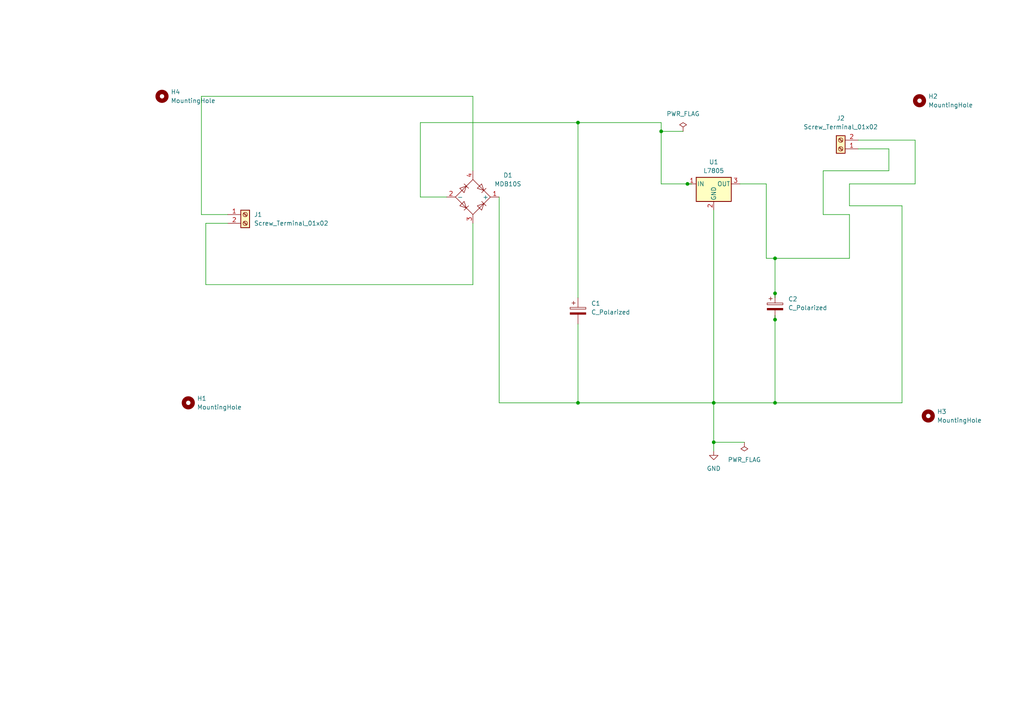
<source format=kicad_sch>
(kicad_sch
	(version 20231120)
	(generator "eeschema")
	(generator_version "8.0")
	(uuid "b4b6dd5f-14b6-4f0d-99d0-90ca21313257")
	(paper "A4")
	(lib_symbols
		(symbol "Connector:Screw_Terminal_01x02"
			(pin_names
				(offset 1.016) hide)
			(exclude_from_sim no)
			(in_bom yes)
			(on_board yes)
			(property "Reference" "J"
				(at 0 2.54 0)
				(effects
					(font
						(size 1.27 1.27)
					)
				)
			)
			(property "Value" "Screw_Terminal_01x02"
				(at 0 -5.08 0)
				(effects
					(font
						(size 1.27 1.27)
					)
				)
			)
			(property "Footprint" ""
				(at 0 0 0)
				(effects
					(font
						(size 1.27 1.27)
					)
					(hide yes)
				)
			)
			(property "Datasheet" "~"
				(at 0 0 0)
				(effects
					(font
						(size 1.27 1.27)
					)
					(hide yes)
				)
			)
			(property "Description" "Generic screw terminal, single row, 01x02, script generated (kicad-library-utils/schlib/autogen/connector/)"
				(at 0 0 0)
				(effects
					(font
						(size 1.27 1.27)
					)
					(hide yes)
				)
			)
			(property "ki_keywords" "screw terminal"
				(at 0 0 0)
				(effects
					(font
						(size 1.27 1.27)
					)
					(hide yes)
				)
			)
			(property "ki_fp_filters" "TerminalBlock*:*"
				(at 0 0 0)
				(effects
					(font
						(size 1.27 1.27)
					)
					(hide yes)
				)
			)
			(symbol "Screw_Terminal_01x02_1_1"
				(rectangle
					(start -1.27 1.27)
					(end 1.27 -3.81)
					(stroke
						(width 0.254)
						(type default)
					)
					(fill
						(type background)
					)
				)
				(circle
					(center 0 -2.54)
					(radius 0.635)
					(stroke
						(width 0.1524)
						(type default)
					)
					(fill
						(type none)
					)
				)
				(polyline
					(pts
						(xy -0.5334 -2.2098) (xy 0.3302 -3.048)
					)
					(stroke
						(width 0.1524)
						(type default)
					)
					(fill
						(type none)
					)
				)
				(polyline
					(pts
						(xy -0.5334 0.3302) (xy 0.3302 -0.508)
					)
					(stroke
						(width 0.1524)
						(type default)
					)
					(fill
						(type none)
					)
				)
				(polyline
					(pts
						(xy -0.3556 -2.032) (xy 0.508 -2.8702)
					)
					(stroke
						(width 0.1524)
						(type default)
					)
					(fill
						(type none)
					)
				)
				(polyline
					(pts
						(xy -0.3556 0.508) (xy 0.508 -0.3302)
					)
					(stroke
						(width 0.1524)
						(type default)
					)
					(fill
						(type none)
					)
				)
				(circle
					(center 0 0)
					(radius 0.635)
					(stroke
						(width 0.1524)
						(type default)
					)
					(fill
						(type none)
					)
				)
				(pin passive line
					(at -5.08 0 0)
					(length 3.81)
					(name "Pin_1"
						(effects
							(font
								(size 1.27 1.27)
							)
						)
					)
					(number "1"
						(effects
							(font
								(size 1.27 1.27)
							)
						)
					)
				)
				(pin passive line
					(at -5.08 -2.54 0)
					(length 3.81)
					(name "Pin_2"
						(effects
							(font
								(size 1.27 1.27)
							)
						)
					)
					(number "2"
						(effects
							(font
								(size 1.27 1.27)
							)
						)
					)
				)
			)
		)
		(symbol "Device:C_Polarized"
			(pin_numbers hide)
			(pin_names
				(offset 0.254)
			)
			(exclude_from_sim no)
			(in_bom yes)
			(on_board yes)
			(property "Reference" "C"
				(at 0.635 2.54 0)
				(effects
					(font
						(size 1.27 1.27)
					)
					(justify left)
				)
			)
			(property "Value" "C_Polarized"
				(at 0.635 -2.54 0)
				(effects
					(font
						(size 1.27 1.27)
					)
					(justify left)
				)
			)
			(property "Footprint" ""
				(at 0.9652 -3.81 0)
				(effects
					(font
						(size 1.27 1.27)
					)
					(hide yes)
				)
			)
			(property "Datasheet" "~"
				(at 0 0 0)
				(effects
					(font
						(size 1.27 1.27)
					)
					(hide yes)
				)
			)
			(property "Description" "Polarized capacitor"
				(at 0 0 0)
				(effects
					(font
						(size 1.27 1.27)
					)
					(hide yes)
				)
			)
			(property "ki_keywords" "cap capacitor"
				(at 0 0 0)
				(effects
					(font
						(size 1.27 1.27)
					)
					(hide yes)
				)
			)
			(property "ki_fp_filters" "CP_*"
				(at 0 0 0)
				(effects
					(font
						(size 1.27 1.27)
					)
					(hide yes)
				)
			)
			(symbol "C_Polarized_0_1"
				(rectangle
					(start -2.286 0.508)
					(end 2.286 1.016)
					(stroke
						(width 0)
						(type default)
					)
					(fill
						(type none)
					)
				)
				(polyline
					(pts
						(xy -1.778 2.286) (xy -0.762 2.286)
					)
					(stroke
						(width 0)
						(type default)
					)
					(fill
						(type none)
					)
				)
				(polyline
					(pts
						(xy -1.27 2.794) (xy -1.27 1.778)
					)
					(stroke
						(width 0)
						(type default)
					)
					(fill
						(type none)
					)
				)
				(rectangle
					(start 2.286 -0.508)
					(end -2.286 -1.016)
					(stroke
						(width 0)
						(type default)
					)
					(fill
						(type outline)
					)
				)
			)
			(symbol "C_Polarized_1_1"
				(pin passive line
					(at 0 3.81 270)
					(length 2.794)
					(name "~"
						(effects
							(font
								(size 1.27 1.27)
							)
						)
					)
					(number "1"
						(effects
							(font
								(size 1.27 1.27)
							)
						)
					)
				)
				(pin passive line
					(at 0 -3.81 90)
					(length 2.794)
					(name "~"
						(effects
							(font
								(size 1.27 1.27)
							)
						)
					)
					(number "2"
						(effects
							(font
								(size 1.27 1.27)
							)
						)
					)
				)
			)
		)
		(symbol "Diode_Bridge:MDB10S"
			(exclude_from_sim no)
			(in_bom yes)
			(on_board yes)
			(property "Reference" "D"
				(at 3.81 6.35 0)
				(effects
					(font
						(size 1.27 1.27)
					)
				)
			)
			(property "Value" "MDB10S"
				(at 6.35 3.81 0)
				(effects
					(font
						(size 1.27 1.27)
					)
				)
			)
			(property "Footprint" "Package_SO:TSSOP-4_4.4x5mm_P4mm"
				(at 0 0 0)
				(effects
					(font
						(size 1.27 1.27)
					)
					(hide yes)
				)
			)
			(property "Datasheet" "https://www.onsemi.com/pub/Collateral/MDB8S-D.PDF"
				(at 0 0 0)
				(effects
					(font
						(size 1.27 1.27)
					)
					(hide yes)
				)
			)
			(property "Description" "Single-Phase Bridge Rectifier, 700V Vrms, 1A If, TSSOP-4"
				(at 0 0 0)
				(effects
					(font
						(size 1.27 1.27)
					)
					(hide yes)
				)
			)
			(property "ki_keywords" "bridge diode rectifier ac dc acdc ac-dc"
				(at 0 0 0)
				(effects
					(font
						(size 1.27 1.27)
					)
					(hide yes)
				)
			)
			(property "ki_fp_filters" "TSSOP*4.4x5mm*P4mm*"
				(at 0 0 0)
				(effects
					(font
						(size 1.27 1.27)
					)
					(hide yes)
				)
			)
			(symbol "MDB10S_1_1"
				(polyline
					(pts
						(xy -2.54 3.81) (xy -1.27 2.54)
					)
					(stroke
						(width 0)
						(type default)
					)
					(fill
						(type none)
					)
				)
				(polyline
					(pts
						(xy -1.27 -2.54) (xy -2.54 -3.81)
					)
					(stroke
						(width 0)
						(type default)
					)
					(fill
						(type none)
					)
				)
				(polyline
					(pts
						(xy 2.54 -1.27) (xy 3.81 -2.54)
					)
					(stroke
						(width 0)
						(type default)
					)
					(fill
						(type none)
					)
				)
				(polyline
					(pts
						(xy 2.54 1.27) (xy 3.81 2.54)
					)
					(stroke
						(width 0)
						(type default)
					)
					(fill
						(type none)
					)
				)
				(polyline
					(pts
						(xy -3.81 2.54) (xy -2.54 1.27) (xy -1.905 3.175) (xy -3.81 2.54)
					)
					(stroke
						(width 0)
						(type default)
					)
					(fill
						(type none)
					)
				)
				(polyline
					(pts
						(xy -2.54 -1.27) (xy -3.81 -2.54) (xy -1.905 -3.175) (xy -2.54 -1.27)
					)
					(stroke
						(width 0)
						(type default)
					)
					(fill
						(type none)
					)
				)
				(polyline
					(pts
						(xy 1.27 2.54) (xy 2.54 3.81) (xy 3.175 1.905) (xy 1.27 2.54)
					)
					(stroke
						(width 0)
						(type default)
					)
					(fill
						(type none)
					)
				)
				(polyline
					(pts
						(xy 3.175 -1.905) (xy 1.27 -2.54) (xy 2.54 -3.81) (xy 3.175 -1.905)
					)
					(stroke
						(width 0)
						(type default)
					)
					(fill
						(type none)
					)
				)
				(polyline
					(pts
						(xy -5.08 0) (xy 0 -5.08) (xy 5.08 0) (xy 0 5.08) (xy -5.08 0)
					)
					(stroke
						(width 0)
						(type default)
					)
					(fill
						(type none)
					)
				)
				(pin passive line
					(at 7.62 0 180)
					(length 2.54)
					(name "+"
						(effects
							(font
								(size 1.27 1.27)
							)
						)
					)
					(number "1"
						(effects
							(font
								(size 1.27 1.27)
							)
						)
					)
				)
				(pin passive line
					(at -7.62 0 0)
					(length 2.54)
					(name "-"
						(effects
							(font
								(size 1.27 1.27)
							)
						)
					)
					(number "2"
						(effects
							(font
								(size 1.27 1.27)
							)
						)
					)
				)
				(pin passive line
					(at 0 -7.62 90)
					(length 2.54)
					(name "~"
						(effects
							(font
								(size 1.27 1.27)
							)
						)
					)
					(number "3"
						(effects
							(font
								(size 1.27 1.27)
							)
						)
					)
				)
				(pin passive line
					(at 0 7.62 270)
					(length 2.54)
					(name "~"
						(effects
							(font
								(size 1.27 1.27)
							)
						)
					)
					(number "4"
						(effects
							(font
								(size 1.27 1.27)
							)
						)
					)
				)
			)
		)
		(symbol "Mechanical:MountingHole"
			(pin_names
				(offset 1.016)
			)
			(exclude_from_sim yes)
			(in_bom no)
			(on_board yes)
			(property "Reference" "H"
				(at 0 5.08 0)
				(effects
					(font
						(size 1.27 1.27)
					)
				)
			)
			(property "Value" "MountingHole"
				(at 0 3.175 0)
				(effects
					(font
						(size 1.27 1.27)
					)
				)
			)
			(property "Footprint" ""
				(at 0 0 0)
				(effects
					(font
						(size 1.27 1.27)
					)
					(hide yes)
				)
			)
			(property "Datasheet" "~"
				(at 0 0 0)
				(effects
					(font
						(size 1.27 1.27)
					)
					(hide yes)
				)
			)
			(property "Description" "Mounting Hole without connection"
				(at 0 0 0)
				(effects
					(font
						(size 1.27 1.27)
					)
					(hide yes)
				)
			)
			(property "ki_keywords" "mounting hole"
				(at 0 0 0)
				(effects
					(font
						(size 1.27 1.27)
					)
					(hide yes)
				)
			)
			(property "ki_fp_filters" "MountingHole*"
				(at 0 0 0)
				(effects
					(font
						(size 1.27 1.27)
					)
					(hide yes)
				)
			)
			(symbol "MountingHole_0_1"
				(circle
					(center 0 0)
					(radius 1.27)
					(stroke
						(width 1.27)
						(type default)
					)
					(fill
						(type none)
					)
				)
			)
		)
		(symbol "Regulator_Linear:L7805"
			(pin_names
				(offset 0.254)
			)
			(exclude_from_sim no)
			(in_bom yes)
			(on_board yes)
			(property "Reference" "U"
				(at -3.81 3.175 0)
				(effects
					(font
						(size 1.27 1.27)
					)
				)
			)
			(property "Value" "L7805"
				(at 0 3.175 0)
				(effects
					(font
						(size 1.27 1.27)
					)
					(justify left)
				)
			)
			(property "Footprint" ""
				(at 0.635 -3.81 0)
				(effects
					(font
						(size 1.27 1.27)
						(italic yes)
					)
					(justify left)
					(hide yes)
				)
			)
			(property "Datasheet" "http://www.st.com/content/ccc/resource/technical/document/datasheet/41/4f/b3/b0/12/d4/47/88/CD00000444.pdf/files/CD00000444.pdf/jcr:content/translations/en.CD00000444.pdf"
				(at 0 -1.27 0)
				(effects
					(font
						(size 1.27 1.27)
					)
					(hide yes)
				)
			)
			(property "Description" "Positive 1.5A 35V Linear Regulator, Fixed Output 5V, TO-220/TO-263/TO-252"
				(at 0 0 0)
				(effects
					(font
						(size 1.27 1.27)
					)
					(hide yes)
				)
			)
			(property "ki_keywords" "Voltage Regulator 1.5A Positive"
				(at 0 0 0)
				(effects
					(font
						(size 1.27 1.27)
					)
					(hide yes)
				)
			)
			(property "ki_fp_filters" "TO?252* TO?263* TO?220*"
				(at 0 0 0)
				(effects
					(font
						(size 1.27 1.27)
					)
					(hide yes)
				)
			)
			(symbol "L7805_0_1"
				(rectangle
					(start -5.08 1.905)
					(end 5.08 -5.08)
					(stroke
						(width 0.254)
						(type default)
					)
					(fill
						(type background)
					)
				)
			)
			(symbol "L7805_1_1"
				(pin power_in line
					(at -7.62 0 0)
					(length 2.54)
					(name "IN"
						(effects
							(font
								(size 1.27 1.27)
							)
						)
					)
					(number "1"
						(effects
							(font
								(size 1.27 1.27)
							)
						)
					)
				)
				(pin power_in line
					(at 0 -7.62 90)
					(length 2.54)
					(name "GND"
						(effects
							(font
								(size 1.27 1.27)
							)
						)
					)
					(number "2"
						(effects
							(font
								(size 1.27 1.27)
							)
						)
					)
				)
				(pin power_out line
					(at 7.62 0 180)
					(length 2.54)
					(name "OUT"
						(effects
							(font
								(size 1.27 1.27)
							)
						)
					)
					(number "3"
						(effects
							(font
								(size 1.27 1.27)
							)
						)
					)
				)
			)
		)
		(symbol "power:GND"
			(power)
			(pin_numbers hide)
			(pin_names
				(offset 0) hide)
			(exclude_from_sim no)
			(in_bom yes)
			(on_board yes)
			(property "Reference" "#PWR"
				(at 0 -6.35 0)
				(effects
					(font
						(size 1.27 1.27)
					)
					(hide yes)
				)
			)
			(property "Value" "GND"
				(at 0 -3.81 0)
				(effects
					(font
						(size 1.27 1.27)
					)
				)
			)
			(property "Footprint" ""
				(at 0 0 0)
				(effects
					(font
						(size 1.27 1.27)
					)
					(hide yes)
				)
			)
			(property "Datasheet" ""
				(at 0 0 0)
				(effects
					(font
						(size 1.27 1.27)
					)
					(hide yes)
				)
			)
			(property "Description" "Power symbol creates a global label with name \"GND\" , ground"
				(at 0 0 0)
				(effects
					(font
						(size 1.27 1.27)
					)
					(hide yes)
				)
			)
			(property "ki_keywords" "global power"
				(at 0 0 0)
				(effects
					(font
						(size 1.27 1.27)
					)
					(hide yes)
				)
			)
			(symbol "GND_0_1"
				(polyline
					(pts
						(xy 0 0) (xy 0 -1.27) (xy 1.27 -1.27) (xy 0 -2.54) (xy -1.27 -1.27) (xy 0 -1.27)
					)
					(stroke
						(width 0)
						(type default)
					)
					(fill
						(type none)
					)
				)
			)
			(symbol "GND_1_1"
				(pin power_in line
					(at 0 0 270)
					(length 0)
					(name "~"
						(effects
							(font
								(size 1.27 1.27)
							)
						)
					)
					(number "1"
						(effects
							(font
								(size 1.27 1.27)
							)
						)
					)
				)
			)
		)
		(symbol "power:PWR_FLAG"
			(power)
			(pin_numbers hide)
			(pin_names
				(offset 0) hide)
			(exclude_from_sim no)
			(in_bom yes)
			(on_board yes)
			(property "Reference" "#FLG"
				(at 0 1.905 0)
				(effects
					(font
						(size 1.27 1.27)
					)
					(hide yes)
				)
			)
			(property "Value" "PWR_FLAG"
				(at 0 3.81 0)
				(effects
					(font
						(size 1.27 1.27)
					)
				)
			)
			(property "Footprint" ""
				(at 0 0 0)
				(effects
					(font
						(size 1.27 1.27)
					)
					(hide yes)
				)
			)
			(property "Datasheet" "~"
				(at 0 0 0)
				(effects
					(font
						(size 1.27 1.27)
					)
					(hide yes)
				)
			)
			(property "Description" "Special symbol for telling ERC where power comes from"
				(at 0 0 0)
				(effects
					(font
						(size 1.27 1.27)
					)
					(hide yes)
				)
			)
			(property "ki_keywords" "flag power"
				(at 0 0 0)
				(effects
					(font
						(size 1.27 1.27)
					)
					(hide yes)
				)
			)
			(symbol "PWR_FLAG_0_0"
				(pin power_out line
					(at 0 0 90)
					(length 0)
					(name "~"
						(effects
							(font
								(size 1.27 1.27)
							)
						)
					)
					(number "1"
						(effects
							(font
								(size 1.27 1.27)
							)
						)
					)
				)
			)
			(symbol "PWR_FLAG_0_1"
				(polyline
					(pts
						(xy 0 0) (xy 0 1.27) (xy -1.016 1.905) (xy 0 2.54) (xy 1.016 1.905) (xy 0 1.27)
					)
					(stroke
						(width 0)
						(type default)
					)
					(fill
						(type none)
					)
				)
			)
		)
	)
	(junction
		(at 224.79 85.09)
		(diameter 0)
		(color 0 0 0 0)
		(uuid "07fd3e97-91dd-4a54-b982-7f37faef5304")
	)
	(junction
		(at 167.64 35.56)
		(diameter 0)
		(color 0 0 0 0)
		(uuid "1c2f93db-8e89-4356-8864-c591432684d5")
	)
	(junction
		(at 224.79 92.71)
		(diameter 0)
		(color 0 0 0 0)
		(uuid "3a9aa0bd-da5b-4a44-85c7-73cc322c4eef")
	)
	(junction
		(at 224.79 116.84)
		(diameter 0)
		(color 0 0 0 0)
		(uuid "556b0cab-40cb-47aa-8535-f2d1782c5f42")
	)
	(junction
		(at 199.39 53.34)
		(diameter 0)
		(color 0 0 0 0)
		(uuid "648690e0-682a-4789-9c5b-ecc27a86574a")
	)
	(junction
		(at 224.79 74.93)
		(diameter 0)
		(color 0 0 0 0)
		(uuid "82578ae7-83ab-46f3-9eb9-7a88ba0f9cc9")
	)
	(junction
		(at 207.01 116.84)
		(diameter 0)
		(color 0 0 0 0)
		(uuid "accc5d83-62de-4664-8c84-1cee46b1f60b")
	)
	(junction
		(at 207.01 128.27)
		(diameter 0)
		(color 0 0 0 0)
		(uuid "af6bc2f6-7c5b-496d-a980-9c8ac575d2e5")
	)
	(junction
		(at 191.77 38.1)
		(diameter 0)
		(color 0 0 0 0)
		(uuid "c87a5058-2973-4fda-bf9c-44e22b918ff6")
	)
	(junction
		(at 167.64 116.84)
		(diameter 0)
		(color 0 0 0 0)
		(uuid "d561ef91-44b0-4581-a29d-4deed1938eb8")
	)
	(wire
		(pts
			(xy 58.42 27.94) (xy 137.16 27.94)
		)
		(stroke
			(width 0)
			(type default)
		)
		(uuid "03db6271-d739-414e-bc37-0a6467abf916")
	)
	(wire
		(pts
			(xy 246.38 62.23) (xy 238.76 62.23)
		)
		(stroke
			(width 0)
			(type default)
		)
		(uuid "05d320cc-203e-4ae5-bada-3cd1f013b6e8")
	)
	(wire
		(pts
			(xy 144.78 116.84) (xy 167.64 116.84)
		)
		(stroke
			(width 0)
			(type default)
		)
		(uuid "094c0ca4-92c8-4031-82b8-f75914d54dbd")
	)
	(wire
		(pts
			(xy 59.69 64.77) (xy 59.69 82.55)
		)
		(stroke
			(width 0)
			(type default)
		)
		(uuid "10e74c04-d3b7-41b8-8cf2-35d2dd8a7557")
	)
	(wire
		(pts
			(xy 224.79 85.09) (xy 224.79 86.36)
		)
		(stroke
			(width 0)
			(type default)
		)
		(uuid "186cca81-3f02-40af-8578-6b6feec9200b")
	)
	(wire
		(pts
			(xy 257.81 43.18) (xy 248.92 43.18)
		)
		(stroke
			(width 0)
			(type default)
		)
		(uuid "251c8144-a474-4920-a7d4-834ffbc056f7")
	)
	(wire
		(pts
			(xy 167.64 35.56) (xy 167.64 86.36)
		)
		(stroke
			(width 0)
			(type default)
		)
		(uuid "255a8984-8cd8-4d98-95d3-d0ebfcfbdf7a")
	)
	(wire
		(pts
			(xy 167.64 35.56) (xy 191.77 35.56)
		)
		(stroke
			(width 0)
			(type default)
		)
		(uuid "2822e623-1a7d-4915-8c0d-f70d1a74b260")
	)
	(wire
		(pts
			(xy 207.01 116.84) (xy 224.79 116.84)
		)
		(stroke
			(width 0)
			(type default)
		)
		(uuid "4c3bffba-99c1-462d-9f32-fd3e50d203ab")
	)
	(wire
		(pts
			(xy 246.38 59.69) (xy 246.38 53.34)
		)
		(stroke
			(width 0)
			(type default)
		)
		(uuid "4c5823fd-ff3b-4312-bbba-58c2e25e3f62")
	)
	(wire
		(pts
			(xy 191.77 38.1) (xy 191.77 53.34)
		)
		(stroke
			(width 0)
			(type default)
		)
		(uuid "4ebbf4ae-c1a4-4973-848d-fe3d73dc93db")
	)
	(wire
		(pts
			(xy 137.16 82.55) (xy 137.16 64.77)
		)
		(stroke
			(width 0)
			(type default)
		)
		(uuid "54d3b548-6242-43af-b444-cb3d8d5d3716")
	)
	(wire
		(pts
			(xy 224.79 74.93) (xy 246.38 74.93)
		)
		(stroke
			(width 0)
			(type default)
		)
		(uuid "5c8a647f-2f4b-4518-8fca-68933160a019")
	)
	(wire
		(pts
			(xy 224.79 74.93) (xy 224.79 85.09)
		)
		(stroke
			(width 0)
			(type default)
		)
		(uuid "6875cc32-fabd-4977-8b03-26e80c55cb44")
	)
	(wire
		(pts
			(xy 265.43 53.34) (xy 265.43 40.64)
		)
		(stroke
			(width 0)
			(type default)
		)
		(uuid "76ef019f-2a38-4e16-a79f-7791bffd66dd")
	)
	(wire
		(pts
			(xy 207.01 116.84) (xy 207.01 128.27)
		)
		(stroke
			(width 0)
			(type default)
		)
		(uuid "7a9e9b11-35e3-4a44-9752-89ef495ed093")
	)
	(wire
		(pts
			(xy 129.54 57.15) (xy 121.92 57.15)
		)
		(stroke
			(width 0)
			(type default)
		)
		(uuid "7ded5484-1659-42c0-9a07-5eeae09a5f15")
	)
	(wire
		(pts
			(xy 248.92 40.64) (xy 265.43 40.64)
		)
		(stroke
			(width 0)
			(type default)
		)
		(uuid "7e55a37b-e939-4227-ad2f-7184bf9e241d")
	)
	(wire
		(pts
			(xy 238.76 62.23) (xy 238.76 49.53)
		)
		(stroke
			(width 0)
			(type default)
		)
		(uuid "8b9c39b4-1920-4d58-ace6-0238fd0e0e9c")
	)
	(wire
		(pts
			(xy 261.62 59.69) (xy 261.62 116.84)
		)
		(stroke
			(width 0)
			(type default)
		)
		(uuid "8cb50468-ef13-43df-8f90-0b688f23d06a")
	)
	(wire
		(pts
			(xy 191.77 53.34) (xy 199.39 53.34)
		)
		(stroke
			(width 0)
			(type default)
		)
		(uuid "8e5cb14f-7627-4039-b030-740d2edffda1")
	)
	(wire
		(pts
			(xy 167.64 93.98) (xy 167.64 116.84)
		)
		(stroke
			(width 0)
			(type default)
		)
		(uuid "8fd0f564-f187-498b-b346-59f230429217")
	)
	(wire
		(pts
			(xy 207.01 60.96) (xy 207.01 116.84)
		)
		(stroke
			(width 0)
			(type default)
		)
		(uuid "918784ca-c7a6-4168-8c71-fbe56c80f3d5")
	)
	(wire
		(pts
			(xy 66.04 62.23) (xy 58.42 62.23)
		)
		(stroke
			(width 0)
			(type default)
		)
		(uuid "953d09b5-616c-45e5-93e6-92421d7ac162")
	)
	(wire
		(pts
			(xy 246.38 62.23) (xy 246.38 74.93)
		)
		(stroke
			(width 0)
			(type default)
		)
		(uuid "9868027e-356a-4c1a-ab27-870d770be722")
	)
	(wire
		(pts
			(xy 238.76 49.53) (xy 257.81 49.53)
		)
		(stroke
			(width 0)
			(type default)
		)
		(uuid "98d5f77d-4d33-4c6b-97db-e141aa9ec8eb")
	)
	(wire
		(pts
			(xy 58.42 62.23) (xy 58.42 27.94)
		)
		(stroke
			(width 0)
			(type default)
		)
		(uuid "98e044ea-9a87-422f-a8cd-4a60f7d60e84")
	)
	(wire
		(pts
			(xy 137.16 27.94) (xy 137.16 49.53)
		)
		(stroke
			(width 0)
			(type default)
		)
		(uuid "9c26e4da-7847-4b60-8d93-dea5a7c00cd6")
	)
	(wire
		(pts
			(xy 167.64 116.84) (xy 207.01 116.84)
		)
		(stroke
			(width 0)
			(type default)
		)
		(uuid "9f81817f-1af2-44f0-9d53-910f8ce91b06")
	)
	(wire
		(pts
			(xy 224.79 92.71) (xy 224.79 116.84)
		)
		(stroke
			(width 0)
			(type default)
		)
		(uuid "a6a67457-d977-4f71-8195-39fafbdd77e0")
	)
	(wire
		(pts
			(xy 121.92 57.15) (xy 121.92 35.56)
		)
		(stroke
			(width 0)
			(type default)
		)
		(uuid "a866da65-ebcc-493a-b0bb-965fd14849df")
	)
	(wire
		(pts
			(xy 246.38 59.69) (xy 261.62 59.69)
		)
		(stroke
			(width 0)
			(type default)
		)
		(uuid "bdb67ad6-4dbb-4102-93a3-b830f0bcb82b")
	)
	(wire
		(pts
			(xy 222.25 74.93) (xy 224.79 74.93)
		)
		(stroke
			(width 0)
			(type default)
		)
		(uuid "c1e338cb-b215-45dc-a55c-0072a59f9f80")
	)
	(wire
		(pts
			(xy 59.69 82.55) (xy 137.16 82.55)
		)
		(stroke
			(width 0)
			(type default)
		)
		(uuid "ca27032f-49e4-4841-b89b-b7872ccb5ac1")
	)
	(wire
		(pts
			(xy 66.04 64.77) (xy 59.69 64.77)
		)
		(stroke
			(width 0)
			(type default)
		)
		(uuid "cb613122-e4b6-44eb-a9b3-bc29385d6fc4")
	)
	(wire
		(pts
			(xy 257.81 49.53) (xy 257.81 43.18)
		)
		(stroke
			(width 0)
			(type default)
		)
		(uuid "d0473876-969e-4c3f-bba3-172d0123bbfb")
	)
	(wire
		(pts
			(xy 144.78 57.15) (xy 144.78 116.84)
		)
		(stroke
			(width 0)
			(type default)
		)
		(uuid "d645d173-52d5-4f42-bb2c-2b0ce56a267e")
	)
	(wire
		(pts
			(xy 222.25 74.93) (xy 222.25 53.34)
		)
		(stroke
			(width 0)
			(type default)
		)
		(uuid "db600882-9ae1-403b-a3b5-cac9586dec95")
	)
	(wire
		(pts
			(xy 246.38 53.34) (xy 265.43 53.34)
		)
		(stroke
			(width 0)
			(type default)
		)
		(uuid "dcd7056a-e9f4-4cf7-a58c-645b8b2170c7")
	)
	(wire
		(pts
			(xy 121.92 35.56) (xy 167.64 35.56)
		)
		(stroke
			(width 0)
			(type default)
		)
		(uuid "deb122bf-21f0-4399-a873-d1a4e396981c")
	)
	(wire
		(pts
			(xy 198.12 38.1) (xy 191.77 38.1)
		)
		(stroke
			(width 0)
			(type default)
		)
		(uuid "eae3c367-e2c9-4bc6-ba2d-0d22de66a578")
	)
	(wire
		(pts
			(xy 224.79 116.84) (xy 261.62 116.84)
		)
		(stroke
			(width 0)
			(type default)
		)
		(uuid "ecd3cae2-82a6-4d79-8e2d-9ec67f2acff4")
	)
	(wire
		(pts
			(xy 222.25 53.34) (xy 214.63 53.34)
		)
		(stroke
			(width 0)
			(type default)
		)
		(uuid "f129fdae-9176-45da-9bd9-a1db2a1d9062")
	)
	(wire
		(pts
			(xy 199.39 53.34) (xy 200.66 53.34)
		)
		(stroke
			(width 0)
			(type default)
		)
		(uuid "f2748679-f392-4bc7-a3fe-7111e1f630b5")
	)
	(wire
		(pts
			(xy 207.01 128.27) (xy 215.9 128.27)
		)
		(stroke
			(width 0)
			(type default)
		)
		(uuid "fa10e85d-df4a-4f71-a520-f7459b27de30")
	)
	(wire
		(pts
			(xy 207.01 128.27) (xy 207.01 130.81)
		)
		(stroke
			(width 0)
			(type default)
		)
		(uuid "fa24c6ad-b762-4932-9ffe-8b3d69599cee")
	)
	(wire
		(pts
			(xy 224.79 91.44) (xy 224.79 92.71)
		)
		(stroke
			(width 0)
			(type default)
		)
		(uuid "fc73354b-b3b7-4a19-ad3c-254fc0c9d92e")
	)
	(wire
		(pts
			(xy 191.77 35.56) (xy 191.77 38.1)
		)
		(stroke
			(width 0)
			(type default)
		)
		(uuid "fe850e95-b2a1-4144-a4f1-1c2a9e456ec1")
	)
	(symbol
		(lib_id "power:PWR_FLAG")
		(at 215.9 128.27 180)
		(unit 1)
		(exclude_from_sim no)
		(in_bom yes)
		(on_board yes)
		(dnp no)
		(fields_autoplaced yes)
		(uuid "151ffb45-8aee-4724-8b2b-dff37395441e")
		(property "Reference" "#FLG02"
			(at 215.9 130.175 0)
			(effects
				(font
					(size 1.27 1.27)
				)
				(hide yes)
			)
		)
		(property "Value" "PWR_FLAG"
			(at 215.9 133.35 0)
			(effects
				(font
					(size 1.27 1.27)
				)
			)
		)
		(property "Footprint" ""
			(at 215.9 128.27 0)
			(effects
				(font
					(size 1.27 1.27)
				)
				(hide yes)
			)
		)
		(property "Datasheet" "~"
			(at 215.9 128.27 0)
			(effects
				(font
					(size 1.27 1.27)
				)
				(hide yes)
			)
		)
		(property "Description" "Special symbol for telling ERC where power comes from"
			(at 215.9 128.27 0)
			(effects
				(font
					(size 1.27 1.27)
				)
				(hide yes)
			)
		)
		(pin "1"
			(uuid "b6041fea-d392-4ef2-91f7-8f50e998f168")
		)
		(instances
			(project ""
				(path "/b4b6dd5f-14b6-4f0d-99d0-90ca21313257"
					(reference "#FLG02")
					(unit 1)
				)
			)
		)
	)
	(symbol
		(lib_id "Mechanical:MountingHole")
		(at 54.61 116.84 0)
		(unit 1)
		(exclude_from_sim yes)
		(in_bom no)
		(on_board yes)
		(dnp no)
		(fields_autoplaced yes)
		(uuid "18a28dfe-99f0-4baf-89ce-33f914d9396d")
		(property "Reference" "H1"
			(at 57.15 115.5699 0)
			(effects
				(font
					(size 1.27 1.27)
				)
				(justify left)
			)
		)
		(property "Value" "MountingHole"
			(at 57.15 118.1099 0)
			(effects
				(font
					(size 1.27 1.27)
				)
				(justify left)
			)
		)
		(property "Footprint" "MountingHole:MountingHole_2mm"
			(at 54.61 116.84 0)
			(effects
				(font
					(size 1.27 1.27)
				)
				(hide yes)
			)
		)
		(property "Datasheet" "~"
			(at 54.61 116.84 0)
			(effects
				(font
					(size 1.27 1.27)
				)
				(hide yes)
			)
		)
		(property "Description" "Mounting Hole without connection"
			(at 54.61 116.84 0)
			(effects
				(font
					(size 1.27 1.27)
				)
				(hide yes)
			)
		)
		(instances
			(project ""
				(path "/b4b6dd5f-14b6-4f0d-99d0-90ca21313257"
					(reference "H1")
					(unit 1)
				)
			)
		)
	)
	(symbol
		(lib_id "Mechanical:MountingHole")
		(at 46.99 27.94 0)
		(unit 1)
		(exclude_from_sim yes)
		(in_bom no)
		(on_board yes)
		(dnp no)
		(fields_autoplaced yes)
		(uuid "25c824f3-1af0-4491-ac13-6ae3aef35aa7")
		(property "Reference" "H4"
			(at 49.53 26.6699 0)
			(effects
				(font
					(size 1.27 1.27)
				)
				(justify left)
			)
		)
		(property "Value" "MountingHole"
			(at 49.53 29.2099 0)
			(effects
				(font
					(size 1.27 1.27)
				)
				(justify left)
			)
		)
		(property "Footprint" "MountingHole:MountingHole_2mm"
			(at 46.99 27.94 0)
			(effects
				(font
					(size 1.27 1.27)
				)
				(hide yes)
			)
		)
		(property "Datasheet" "~"
			(at 46.99 27.94 0)
			(effects
				(font
					(size 1.27 1.27)
				)
				(hide yes)
			)
		)
		(property "Description" "Mounting Hole without connection"
			(at 46.99 27.94 0)
			(effects
				(font
					(size 1.27 1.27)
				)
				(hide yes)
			)
		)
		(instances
			(project ""
				(path "/b4b6dd5f-14b6-4f0d-99d0-90ca21313257"
					(reference "H4")
					(unit 1)
				)
			)
		)
	)
	(symbol
		(lib_id "power:PWR_FLAG")
		(at 198.12 38.1 0)
		(unit 1)
		(exclude_from_sim no)
		(in_bom yes)
		(on_board yes)
		(dnp no)
		(fields_autoplaced yes)
		(uuid "282e035a-d0d8-484d-a83b-d2e776ede3a9")
		(property "Reference" "#FLG01"
			(at 198.12 36.195 0)
			(effects
				(font
					(size 1.27 1.27)
				)
				(hide yes)
			)
		)
		(property "Value" "PWR_FLAG"
			(at 198.12 33.02 0)
			(effects
				(font
					(size 1.27 1.27)
				)
			)
		)
		(property "Footprint" ""
			(at 198.12 38.1 0)
			(effects
				(font
					(size 1.27 1.27)
				)
				(hide yes)
			)
		)
		(property "Datasheet" "~"
			(at 198.12 38.1 0)
			(effects
				(font
					(size 1.27 1.27)
				)
				(hide yes)
			)
		)
		(property "Description" "Special symbol for telling ERC where power comes from"
			(at 198.12 38.1 0)
			(effects
				(font
					(size 1.27 1.27)
				)
				(hide yes)
			)
		)
		(pin "1"
			(uuid "6b2bd830-918d-4b15-8800-b213bdeb0b95")
		)
		(instances
			(project ""
				(path "/b4b6dd5f-14b6-4f0d-99d0-90ca21313257"
					(reference "#FLG01")
					(unit 1)
				)
			)
		)
	)
	(symbol
		(lib_id "Regulator_Linear:L7805")
		(at 207.01 53.34 0)
		(unit 1)
		(exclude_from_sim no)
		(in_bom yes)
		(on_board yes)
		(dnp no)
		(fields_autoplaced yes)
		(uuid "3d6566cd-251e-4702-b9d7-d533fa735a8c")
		(property "Reference" "U1"
			(at 207.01 46.99 0)
			(effects
				(font
					(size 1.27 1.27)
				)
			)
		)
		(property "Value" "L7805"
			(at 207.01 49.53 0)
			(effects
				(font
					(size 1.27 1.27)
				)
			)
		)
		(property "Footprint" "Package_TO_SOT_THT:TO-220F-3_Vertical"
			(at 207.645 57.15 0)
			(effects
				(font
					(size 1.27 1.27)
					(italic yes)
				)
				(justify left)
				(hide yes)
			)
		)
		(property "Datasheet" "http://www.st.com/content/ccc/resource/technical/document/datasheet/41/4f/b3/b0/12/d4/47/88/CD00000444.pdf/files/CD00000444.pdf/jcr:content/translations/en.CD00000444.pdf"
			(at 207.01 54.61 0)
			(effects
				(font
					(size 1.27 1.27)
				)
				(hide yes)
			)
		)
		(property "Description" "Positive 1.5A 35V Linear Regulator, Fixed Output 5V, TO-220/TO-263/TO-252"
			(at 207.01 53.34 0)
			(effects
				(font
					(size 1.27 1.27)
				)
				(hide yes)
			)
		)
		(pin "2"
			(uuid "585df3ea-5c7a-4090-869f-44ef416a73c2")
		)
		(pin "1"
			(uuid "5aff342b-e8bf-4387-bd07-725c8612cc4f")
		)
		(pin "3"
			(uuid "03a677bc-e809-40ab-926c-bd86fed105ce")
		)
		(instances
			(project ""
				(path "/b4b6dd5f-14b6-4f0d-99d0-90ca21313257"
					(reference "U1")
					(unit 1)
				)
			)
		)
	)
	(symbol
		(lib_id "Device:C_Polarized")
		(at 167.64 90.17 0)
		(unit 1)
		(exclude_from_sim no)
		(in_bom yes)
		(on_board yes)
		(dnp no)
		(fields_autoplaced yes)
		(uuid "4d9884c7-ca80-494a-890d-5636a3b74968")
		(property "Reference" "C1"
			(at 171.45 88.0109 0)
			(effects
				(font
					(size 1.27 1.27)
				)
				(justify left)
			)
		)
		(property "Value" "C_Polarized"
			(at 171.45 90.5509 0)
			(effects
				(font
					(size 1.27 1.27)
				)
				(justify left)
			)
		)
		(property "Footprint" "Capacitor_THT:CP_Radial_D6.3mm_P2.50mm"
			(at 168.6052 93.98 0)
			(effects
				(font
					(size 1.27 1.27)
				)
				(hide yes)
			)
		)
		(property "Datasheet" "~"
			(at 167.64 90.17 0)
			(effects
				(font
					(size 1.27 1.27)
				)
				(hide yes)
			)
		)
		(property "Description" "Polarized capacitor"
			(at 167.64 90.17 0)
			(effects
				(font
					(size 1.27 1.27)
				)
				(hide yes)
			)
		)
		(pin "2"
			(uuid "9f9729ba-871a-4c28-a98e-1d5627b11af7")
		)
		(pin "1"
			(uuid "2a0bbac9-4ee0-4d90-b770-364c6d1d4756")
		)
		(instances
			(project ""
				(path "/b4b6dd5f-14b6-4f0d-99d0-90ca21313257"
					(reference "C1")
					(unit 1)
				)
			)
		)
	)
	(symbol
		(lib_id "power:GND")
		(at 207.01 130.81 0)
		(unit 1)
		(exclude_from_sim no)
		(in_bom yes)
		(on_board yes)
		(dnp no)
		(fields_autoplaced yes)
		(uuid "4daa97ed-e84f-4890-a63d-a4ab31d87579")
		(property "Reference" "#PWR01"
			(at 207.01 137.16 0)
			(effects
				(font
					(size 1.27 1.27)
				)
				(hide yes)
			)
		)
		(property "Value" "GND"
			(at 207.01 135.89 0)
			(effects
				(font
					(size 1.27 1.27)
				)
			)
		)
		(property "Footprint" ""
			(at 207.01 130.81 0)
			(effects
				(font
					(size 1.27 1.27)
				)
				(hide yes)
			)
		)
		(property "Datasheet" ""
			(at 207.01 130.81 0)
			(effects
				(font
					(size 1.27 1.27)
				)
				(hide yes)
			)
		)
		(property "Description" "Power symbol creates a global label with name \"GND\" , ground"
			(at 207.01 130.81 0)
			(effects
				(font
					(size 1.27 1.27)
				)
				(hide yes)
			)
		)
		(pin "1"
			(uuid "c153d5c4-f7e2-4338-8a4c-51f1b57aac3e")
		)
		(instances
			(project ""
				(path "/b4b6dd5f-14b6-4f0d-99d0-90ca21313257"
					(reference "#PWR01")
					(unit 1)
				)
			)
		)
	)
	(symbol
		(lib_id "Mechanical:MountingHole")
		(at 266.7 29.21 0)
		(unit 1)
		(exclude_from_sim yes)
		(in_bom no)
		(on_board yes)
		(dnp no)
		(fields_autoplaced yes)
		(uuid "68936af8-b24c-448e-834a-107312616680")
		(property "Reference" "H2"
			(at 269.24 27.9399 0)
			(effects
				(font
					(size 1.27 1.27)
				)
				(justify left)
			)
		)
		(property "Value" "MountingHole"
			(at 269.24 30.4799 0)
			(effects
				(font
					(size 1.27 1.27)
				)
				(justify left)
			)
		)
		(property "Footprint" "MountingHole:MountingHole_2mm"
			(at 266.7 29.21 0)
			(effects
				(font
					(size 1.27 1.27)
				)
				(hide yes)
			)
		)
		(property "Datasheet" "~"
			(at 266.7 29.21 0)
			(effects
				(font
					(size 1.27 1.27)
				)
				(hide yes)
			)
		)
		(property "Description" "Mounting Hole without connection"
			(at 266.7 29.21 0)
			(effects
				(font
					(size 1.27 1.27)
				)
				(hide yes)
			)
		)
		(instances
			(project ""
				(path "/b4b6dd5f-14b6-4f0d-99d0-90ca21313257"
					(reference "H2")
					(unit 1)
				)
			)
		)
	)
	(symbol
		(lib_id "Device:C_Polarized")
		(at 224.79 88.9 0)
		(unit 1)
		(exclude_from_sim no)
		(in_bom yes)
		(on_board yes)
		(dnp no)
		(fields_autoplaced yes)
		(uuid "8d2e769c-9a3d-43a5-90dd-25a4dbb485b8")
		(property "Reference" "C2"
			(at 228.6 86.7409 0)
			(effects
				(font
					(size 1.27 1.27)
				)
				(justify left)
			)
		)
		(property "Value" "C_Polarized"
			(at 228.6 89.2809 0)
			(effects
				(font
					(size 1.27 1.27)
				)
				(justify left)
			)
		)
		(property "Footprint" "Capacitor_THT:CP_Radial_D6.3mm_P2.50mm"
			(at 225.7552 92.71 0)
			(effects
				(font
					(size 1.27 1.27)
				)
				(hide yes)
			)
		)
		(property "Datasheet" "~"
			(at 224.79 88.9 0)
			(effects
				(font
					(size 1.27 1.27)
				)
				(hide yes)
			)
		)
		(property "Description" "Polarized capacitor"
			(at 224.79 88.9 0)
			(effects
				(font
					(size 1.27 1.27)
				)
				(hide yes)
			)
		)
		(pin "1"
			(uuid "a66032c3-1424-4973-bb6f-2ddb0c2b2ee7")
		)
		(pin "2"
			(uuid "ed3f849b-17bb-4563-b850-9fceca653c74")
		)
		(instances
			(project ""
				(path "/b4b6dd5f-14b6-4f0d-99d0-90ca21313257"
					(reference "C2")
					(unit 1)
				)
			)
		)
	)
	(symbol
		(lib_id "Connector:Screw_Terminal_01x02")
		(at 71.12 62.23 0)
		(unit 1)
		(exclude_from_sim no)
		(in_bom yes)
		(on_board yes)
		(dnp no)
		(fields_autoplaced yes)
		(uuid "94aecafe-6f47-456f-8dd8-50cfc6472114")
		(property "Reference" "J1"
			(at 73.66 62.2299 0)
			(effects
				(font
					(size 1.27 1.27)
				)
				(justify left)
			)
		)
		(property "Value" "Screw_Terminal_01x02"
			(at 73.66 64.7699 0)
			(effects
				(font
					(size 1.27 1.27)
				)
				(justify left)
			)
		)
		(property "Footprint" "TerminalBlock_Phoenix:TerminalBlock_Phoenix_MKDS-1,5-2_1x02_P5.00mm_Horizontal"
			(at 71.12 62.23 0)
			(effects
				(font
					(size 1.27 1.27)
				)
				(hide yes)
			)
		)
		(property "Datasheet" "~"
			(at 71.12 62.23 0)
			(effects
				(font
					(size 1.27 1.27)
				)
				(hide yes)
			)
		)
		(property "Description" "Generic screw terminal, single row, 01x02, script generated (kicad-library-utils/schlib/autogen/connector/)"
			(at 71.12 62.23 0)
			(effects
				(font
					(size 1.27 1.27)
				)
				(hide yes)
			)
		)
		(pin "2"
			(uuid "eab38d4f-7a56-44c9-a4df-f3da0c99b553")
		)
		(pin "1"
			(uuid "1aff0c23-5d20-411f-bf0b-6c04716fc944")
		)
		(instances
			(project ""
				(path "/b4b6dd5f-14b6-4f0d-99d0-90ca21313257"
					(reference "J1")
					(unit 1)
				)
			)
		)
	)
	(symbol
		(lib_id "Mechanical:MountingHole")
		(at 269.24 120.65 0)
		(unit 1)
		(exclude_from_sim yes)
		(in_bom no)
		(on_board yes)
		(dnp no)
		(fields_autoplaced yes)
		(uuid "ca35083a-6ac5-4712-9bc4-c75f42901032")
		(property "Reference" "H3"
			(at 271.78 119.3799 0)
			(effects
				(font
					(size 1.27 1.27)
				)
				(justify left)
			)
		)
		(property "Value" "MountingHole"
			(at 271.78 121.9199 0)
			(effects
				(font
					(size 1.27 1.27)
				)
				(justify left)
			)
		)
		(property "Footprint" "MountingHole:MountingHole_2mm"
			(at 269.24 120.65 0)
			(effects
				(font
					(size 1.27 1.27)
				)
				(hide yes)
			)
		)
		(property "Datasheet" "~"
			(at 269.24 120.65 0)
			(effects
				(font
					(size 1.27 1.27)
				)
				(hide yes)
			)
		)
		(property "Description" "Mounting Hole without connection"
			(at 269.24 120.65 0)
			(effects
				(font
					(size 1.27 1.27)
				)
				(hide yes)
			)
		)
		(instances
			(project ""
				(path "/b4b6dd5f-14b6-4f0d-99d0-90ca21313257"
					(reference "H3")
					(unit 1)
				)
			)
		)
	)
	(symbol
		(lib_id "Connector:Screw_Terminal_01x02")
		(at 243.84 43.18 180)
		(unit 1)
		(exclude_from_sim no)
		(in_bom yes)
		(on_board yes)
		(dnp no)
		(fields_autoplaced yes)
		(uuid "d8c583bb-7e54-4e99-b5e7-28bd62b53958")
		(property "Reference" "J2"
			(at 243.84 34.29 0)
			(effects
				(font
					(size 1.27 1.27)
				)
			)
		)
		(property "Value" "Screw_Terminal_01x02"
			(at 243.84 36.83 0)
			(effects
				(font
					(size 1.27 1.27)
				)
			)
		)
		(property "Footprint" "TerminalBlock_Phoenix:TerminalBlock_Phoenix_MKDS-3-2-5.08_1x02_P5.08mm_Horizontal"
			(at 243.84 43.18 0)
			(effects
				(font
					(size 1.27 1.27)
				)
				(hide yes)
			)
		)
		(property "Datasheet" "~"
			(at 243.84 43.18 0)
			(effects
				(font
					(size 1.27 1.27)
				)
				(hide yes)
			)
		)
		(property "Description" "Generic screw terminal, single row, 01x02, script generated (kicad-library-utils/schlib/autogen/connector/)"
			(at 243.84 43.18 0)
			(effects
				(font
					(size 1.27 1.27)
				)
				(hide yes)
			)
		)
		(pin "2"
			(uuid "5c592363-349a-4d57-ac6d-36d0a8602220")
		)
		(pin "1"
			(uuid "b1ee9266-60a3-4478-b1eb-b4ca675c1468")
		)
		(instances
			(project ""
				(path "/b4b6dd5f-14b6-4f0d-99d0-90ca21313257"
					(reference "J2")
					(unit 1)
				)
			)
		)
	)
	(symbol
		(lib_id "Diode_Bridge:MDB10S")
		(at 137.16 57.15 0)
		(unit 1)
		(exclude_from_sim no)
		(in_bom yes)
		(on_board yes)
		(dnp no)
		(fields_autoplaced yes)
		(uuid "fb220617-e148-4528-9e73-c19be3ed1287")
		(property "Reference" "D1"
			(at 147.32 50.8314 0)
			(effects
				(font
					(size 1.27 1.27)
				)
			)
		)
		(property "Value" "MDB10S"
			(at 147.32 53.3714 0)
			(effects
				(font
					(size 1.27 1.27)
				)
			)
		)
		(property "Footprint" "Package_SO:TSSOP-4_4.4x5mm_P4mm"
			(at 137.16 57.15 0)
			(effects
				(font
					(size 1.27 1.27)
				)
				(hide yes)
			)
		)
		(property "Datasheet" "https://www.onsemi.com/pub/Collateral/MDB8S-D.PDF"
			(at 137.16 57.15 0)
			(effects
				(font
					(size 1.27 1.27)
				)
				(hide yes)
			)
		)
		(property "Description" "Single-Phase Bridge Rectifier, 700V Vrms, 1A If, TSSOP-4"
			(at 137.16 57.15 0)
			(effects
				(font
					(size 1.27 1.27)
				)
				(hide yes)
			)
		)
		(pin "4"
			(uuid "80b1d832-e219-4542-b509-98cebf928b09")
		)
		(pin "1"
			(uuid "14d57b98-ec0b-4df6-a234-f73ff1323aa4")
		)
		(pin "3"
			(uuid "987d96f5-3ec1-47f8-943c-d7f7c1584c8e")
		)
		(pin "2"
			(uuid "85982b75-9696-4ace-9a52-3ced51be1523")
		)
		(instances
			(project ""
				(path "/b4b6dd5f-14b6-4f0d-99d0-90ca21313257"
					(reference "D1")
					(unit 1)
				)
			)
		)
	)
	(sheet_instances
		(path "/"
			(page "1")
		)
	)
)

</source>
